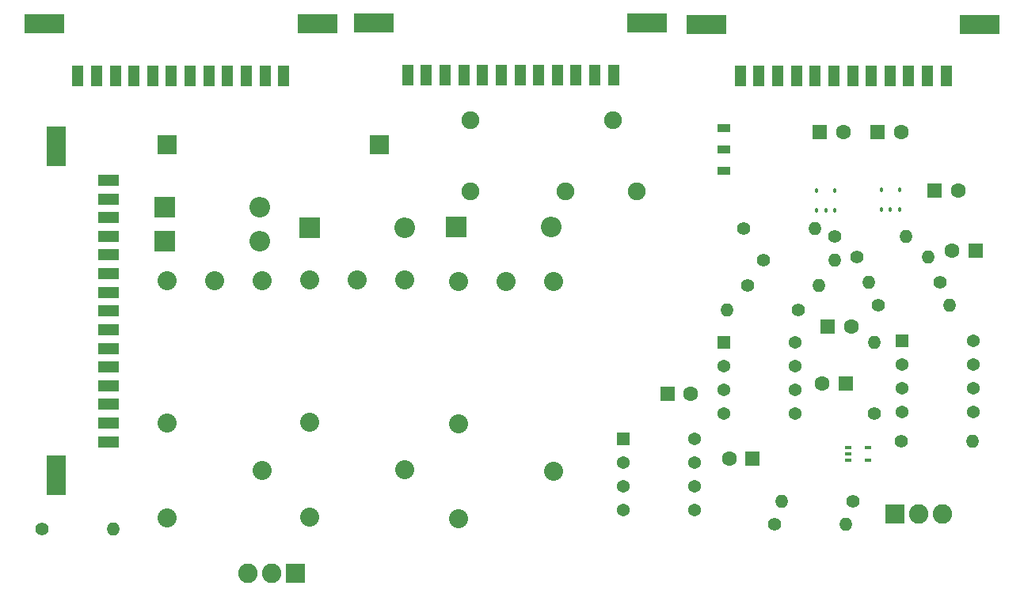
<source format=gbr>
%TF.GenerationSoftware,KiCad,Pcbnew,(6.0.2)*%
%TF.CreationDate,2022-07-20T19:38:25+09:00*%
%TF.ProjectId,shutdown,73687574-646f-4776-9e2e-6b696361645f,rev?*%
%TF.SameCoordinates,Original*%
%TF.FileFunction,Soldermask,Top*%
%TF.FilePolarity,Negative*%
%FSLAX46Y46*%
G04 Gerber Fmt 4.6, Leading zero omitted, Abs format (unit mm)*
G04 Created by KiCad (PCBNEW (6.0.2)) date 2022-07-20 19:38:25*
%MOMM*%
%LPD*%
G01*
G04 APERTURE LIST*
G04 Aperture macros list*
%AMRoundRect*
0 Rectangle with rounded corners*
0 $1 Rounding radius*
0 $2 $3 $4 $5 $6 $7 $8 $9 X,Y pos of 4 corners*
0 Add a 4 corners polygon primitive as box body*
4,1,4,$2,$3,$4,$5,$6,$7,$8,$9,$2,$3,0*
0 Add four circle primitives for the rounded corners*
1,1,$1+$1,$2,$3*
1,1,$1+$1,$4,$5*
1,1,$1+$1,$6,$7*
1,1,$1+$1,$8,$9*
0 Add four rect primitives between the rounded corners*
20,1,$1+$1,$2,$3,$4,$5,0*
20,1,$1+$1,$4,$5,$6,$7,0*
20,1,$1+$1,$6,$7,$8,$9,0*
20,1,$1+$1,$8,$9,$2,$3,0*%
G04 Aperture macros list end*
%ADD10R,4.241800X2.057400*%
%ADD11R,1.244600X2.260600*%
%ADD12R,1.600000X1.600000*%
%ADD13C,1.600000*%
%ADD14R,1.371600X1.371600*%
%ADD15C,1.371600*%
%ADD16R,2.057400X4.241800*%
%ADD17R,2.260600X1.244600*%
%ADD18C,1.400000*%
%ADD19O,1.400000X1.400000*%
%ADD20R,0.794499X0.354800*%
%ADD21R,1.473200X0.889000*%
%ADD22C,2.032000*%
%ADD23RoundRect,0.074803X0.075197X-0.175197X0.075197X0.175197X-0.075197X0.175197X-0.075197X-0.175197X0*%
%ADD24RoundRect,0.075000X0.075000X-0.175000X0.075000X0.175000X-0.075000X0.175000X-0.075000X-0.175000X0*%
%ADD25R,2.000000X2.000000*%
%ADD26R,2.085000X2.085000*%
%ADD27C,2.085000*%
%ADD28R,2.200000X2.200000*%
%ADD29O,2.200000X2.200000*%
%ADD30C,1.905000*%
G04 APERTURE END LIST*
D10*
%TO.C,J2*%
X171260000Y-64449200D03*
X200460000Y-64449200D03*
D11*
X196860000Y-70029200D03*
X194860000Y-70029200D03*
X192860000Y-70029200D03*
X190860000Y-70029200D03*
X188860000Y-70029200D03*
X186860000Y-70029200D03*
X184860000Y-70029200D03*
X182860000Y-70029200D03*
X180860000Y-70029200D03*
X178860000Y-70029200D03*
X176860000Y-70029200D03*
X174860000Y-70029200D03*
%TD*%
D12*
%TO.C,C5*%
X221655113Y-102990000D03*
D13*
X219155113Y-102990000D03*
%TD*%
D12*
%TO.C,C6*%
X231200000Y-82360000D03*
D13*
X233700000Y-82360000D03*
%TD*%
D12*
%TO.C,C2*%
X225094888Y-76110000D03*
D13*
X227594888Y-76110000D03*
%TD*%
D14*
%TO.C,U5*%
X208640000Y-98610000D03*
D15*
X208640000Y-101150000D03*
X208640000Y-103690000D03*
X208640000Y-106230000D03*
X216260000Y-106230000D03*
X216260000Y-103690000D03*
X216260000Y-101150000D03*
X216260000Y-98610000D03*
%TD*%
D16*
%TO.C,J1*%
X137310000Y-112850000D03*
X137310000Y-77650000D03*
D17*
X142890000Y-81250000D03*
X142890000Y-83250000D03*
X142890000Y-85250000D03*
X142890000Y-87250000D03*
X142890000Y-89250000D03*
X142890000Y-91250000D03*
X142890000Y-93250000D03*
X142890000Y-95250000D03*
X142890000Y-97250000D03*
X142890000Y-99250000D03*
X142890000Y-101250000D03*
X142890000Y-103250000D03*
X142890000Y-105250000D03*
X142890000Y-107250000D03*
X142890000Y-109250000D03*
%TD*%
D18*
%TO.C,R3*%
X210800000Y-86400000D03*
D19*
X218420000Y-86400000D03*
%TD*%
D20*
%TO.C,U7*%
X221919649Y-109890001D03*
X221919649Y-110540000D03*
X221919649Y-111189999D03*
X224060351Y-111189999D03*
X224060351Y-109890001D03*
%TD*%
D21*
%TO.C,U2*%
X208673900Y-80220000D03*
X208673900Y-77930000D03*
X208673900Y-75640000D03*
%TD*%
D22*
%TO.C,RELAY_BMS1*%
X180330000Y-92070000D03*
X180330000Y-107310000D03*
X180330000Y-117470000D03*
X190490000Y-112390000D03*
X190490000Y-92070000D03*
X185410000Y-92070000D03*
%TD*%
D12*
%TO.C,C3*%
X219750000Y-96900000D03*
D13*
X222250000Y-96900000D03*
%TD*%
D23*
%TO.C,U4*%
X225520000Y-84350000D03*
D24*
X226470000Y-84350000D03*
X227420000Y-84350000D03*
X225520000Y-82250000D03*
X227420000Y-82250000D03*
%TD*%
D12*
%TO.C,C7*%
X211735112Y-111040000D03*
D13*
X209235112Y-111040000D03*
%TD*%
D25*
%TO.C,F1*%
X149115000Y-77445000D03*
X171815000Y-77445000D03*
%TD*%
D14*
%TO.C,U6*%
X227680000Y-98430000D03*
D15*
X227680000Y-100970000D03*
X227680000Y-103510000D03*
X227680000Y-106050000D03*
X235300000Y-106050000D03*
X235300000Y-103510000D03*
X235300000Y-100970000D03*
X235300000Y-98430000D03*
%TD*%
D26*
%TO.C,Q1*%
X162880000Y-123310000D03*
D27*
X160340000Y-123310000D03*
X157800000Y-123310000D03*
%TD*%
D23*
%TO.C,U3*%
X218600000Y-84440000D03*
D24*
X219550000Y-84440000D03*
X220500000Y-84440000D03*
X218600000Y-82340000D03*
X220500000Y-82340000D03*
%TD*%
D18*
%TO.C,R9*%
X216620000Y-95110000D03*
D19*
X209000000Y-95110000D03*
%TD*%
D28*
%TO.C,D3*%
X148920000Y-87810000D03*
D29*
X159080000Y-87810000D03*
%TD*%
D10*
%TO.C,J3*%
X206820000Y-64539850D03*
X236020000Y-64539850D03*
D11*
X232420000Y-70119850D03*
X230420000Y-70119850D03*
X228420000Y-70119850D03*
X226420000Y-70119850D03*
X224420000Y-70119850D03*
X222420000Y-70119850D03*
X220420000Y-70119850D03*
X218420000Y-70119850D03*
X216420000Y-70119850D03*
X214420000Y-70119850D03*
X212420000Y-70119850D03*
X210420000Y-70119850D03*
%TD*%
D14*
%TO.C,U8*%
X197920000Y-108924371D03*
D15*
X197920000Y-111464371D03*
X197920000Y-114004371D03*
X197920000Y-116544371D03*
X205540000Y-116544371D03*
X205540000Y-114004371D03*
X205540000Y-111464371D03*
X205540000Y-108924371D03*
%TD*%
D18*
%TO.C,R13*%
X222460000Y-115640000D03*
D19*
X214840000Y-115640000D03*
%TD*%
D18*
%TO.C,R2*%
X135770000Y-118610000D03*
D19*
X143390000Y-118610000D03*
%TD*%
D18*
%TO.C,R14*%
X214100000Y-118070000D03*
D19*
X221720000Y-118070000D03*
%TD*%
D18*
%TO.C,R8*%
X222850000Y-89500000D03*
D19*
X230470000Y-89500000D03*
%TD*%
D26*
%TO.C,Q2*%
X226920000Y-116970000D03*
D27*
X229460000Y-116970000D03*
X232000000Y-116970000D03*
%TD*%
D18*
%TO.C,R5*%
X211230000Y-92480000D03*
D19*
X218850000Y-92480000D03*
%TD*%
D18*
%TO.C,R11*%
X224710000Y-106250000D03*
D19*
X224710000Y-98630000D03*
%TD*%
D30*
%TO.C,U1*%
X181600000Y-82420000D03*
X191760000Y-82420000D03*
X199380000Y-82420000D03*
X196840000Y-74800000D03*
X181600000Y-74800000D03*
%TD*%
D18*
%TO.C,R10*%
X225150000Y-94630000D03*
D19*
X232770000Y-94630000D03*
%TD*%
D22*
%TO.C,RELAY_BSPD1*%
X149130000Y-92010000D03*
X149130000Y-107250000D03*
X149130000Y-117410000D03*
X159290000Y-112330000D03*
X159290000Y-92010000D03*
X154210000Y-92010000D03*
%TD*%
D12*
%TO.C,C4*%
X235570000Y-88770000D03*
D13*
X233070000Y-88770000D03*
%TD*%
D12*
%TO.C,C1*%
X218931700Y-76070000D03*
D13*
X221431700Y-76070000D03*
%TD*%
D22*
%TO.C,RELAY_IMD1*%
X164360000Y-91960000D03*
X164360000Y-107200000D03*
X164360000Y-117360000D03*
X174520000Y-112280000D03*
X174520000Y-91960000D03*
X169440000Y-91960000D03*
%TD*%
D18*
%TO.C,R6*%
X231750000Y-92210000D03*
D19*
X224130000Y-92210000D03*
%TD*%
D18*
%TO.C,R12*%
X227590000Y-109220000D03*
D19*
X235210000Y-109220000D03*
%TD*%
D12*
%TO.C,C8*%
X202614888Y-104120000D03*
D13*
X205114888Y-104120000D03*
%TD*%
D28*
%TO.C,D2*%
X164340000Y-86330000D03*
D29*
X174500000Y-86330000D03*
%TD*%
D10*
%TO.C,J4*%
X136000000Y-64489200D03*
X165200000Y-64489200D03*
D11*
X161600000Y-70069200D03*
X159600000Y-70069200D03*
X157600000Y-70069200D03*
X155600000Y-70069200D03*
X153600000Y-70069200D03*
X151600000Y-70069200D03*
X149600000Y-70069200D03*
X147600000Y-70069200D03*
X145600000Y-70069200D03*
X143600000Y-70069200D03*
X141600000Y-70069200D03*
X139600000Y-70069200D03*
%TD*%
D28*
%TO.C,D4*%
X148870000Y-84140000D03*
D29*
X159030000Y-84140000D03*
%TD*%
D28*
%TO.C,D1*%
X180010000Y-86240000D03*
D29*
X190170000Y-86240000D03*
%TD*%
D18*
%TO.C,R7*%
X212930000Y-89770000D03*
D19*
X220550000Y-89770000D03*
%TD*%
D18*
%TO.C,R4*%
X220480000Y-87310000D03*
D19*
X228100000Y-87310000D03*
%TD*%
M02*

</source>
